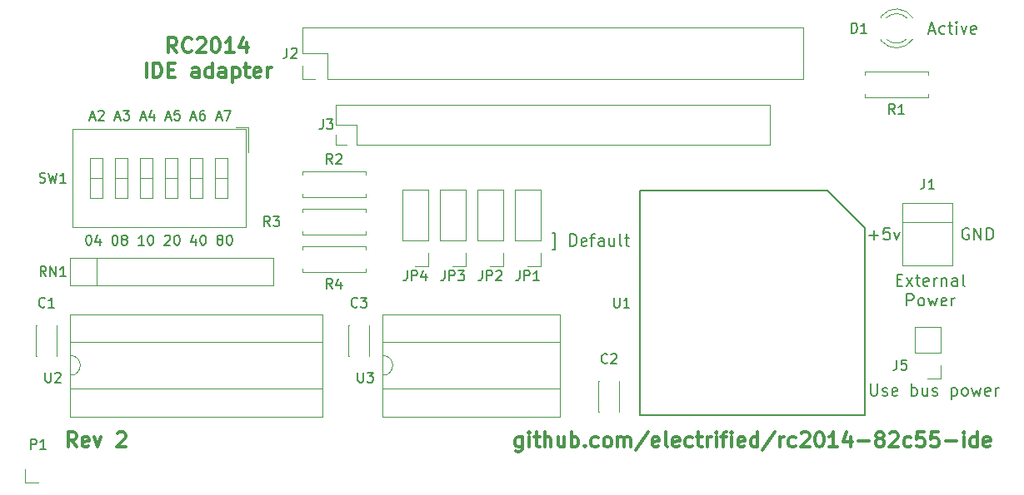
<source format=gto>
G04 #@! TF.FileFunction,Legend,Top*
%FSLAX46Y46*%
G04 Gerber Fmt 4.6, Leading zero omitted, Abs format (unit mm)*
G04 Created by KiCad (PCBNEW 4.0.7) date Wed Oct 18 00:41:33 2017*
%MOMM*%
%LPD*%
G01*
G04 APERTURE LIST*
%ADD10C,0.100000*%
%ADD11C,0.200000*%
%ADD12C,0.300000*%
%ADD13C,0.120000*%
%ADD14C,0.150000*%
G04 APERTURE END LIST*
D10*
D11*
X67104523Y-139152381D02*
X67199762Y-139152381D01*
X67295000Y-139200000D01*
X67342619Y-139247619D01*
X67390238Y-139342857D01*
X67437857Y-139533333D01*
X67437857Y-139771429D01*
X67390238Y-139961905D01*
X67342619Y-140057143D01*
X67295000Y-140104762D01*
X67199762Y-140152381D01*
X67104523Y-140152381D01*
X67009285Y-140104762D01*
X66961666Y-140057143D01*
X66914047Y-139961905D01*
X66866428Y-139771429D01*
X66866428Y-139533333D01*
X66914047Y-139342857D01*
X66961666Y-139247619D01*
X67009285Y-139200000D01*
X67104523Y-139152381D01*
X68295000Y-139485714D02*
X68295000Y-140152381D01*
X68056904Y-139104762D02*
X67818809Y-139819048D01*
X68437857Y-139819048D01*
X69771190Y-139152381D02*
X69866429Y-139152381D01*
X69961667Y-139200000D01*
X70009286Y-139247619D01*
X70056905Y-139342857D01*
X70104524Y-139533333D01*
X70104524Y-139771429D01*
X70056905Y-139961905D01*
X70009286Y-140057143D01*
X69961667Y-140104762D01*
X69866429Y-140152381D01*
X69771190Y-140152381D01*
X69675952Y-140104762D01*
X69628333Y-140057143D01*
X69580714Y-139961905D01*
X69533095Y-139771429D01*
X69533095Y-139533333D01*
X69580714Y-139342857D01*
X69628333Y-139247619D01*
X69675952Y-139200000D01*
X69771190Y-139152381D01*
X70675952Y-139580952D02*
X70580714Y-139533333D01*
X70533095Y-139485714D01*
X70485476Y-139390476D01*
X70485476Y-139342857D01*
X70533095Y-139247619D01*
X70580714Y-139200000D01*
X70675952Y-139152381D01*
X70866429Y-139152381D01*
X70961667Y-139200000D01*
X71009286Y-139247619D01*
X71056905Y-139342857D01*
X71056905Y-139390476D01*
X71009286Y-139485714D01*
X70961667Y-139533333D01*
X70866429Y-139580952D01*
X70675952Y-139580952D01*
X70580714Y-139628571D01*
X70533095Y-139676190D01*
X70485476Y-139771429D01*
X70485476Y-139961905D01*
X70533095Y-140057143D01*
X70580714Y-140104762D01*
X70675952Y-140152381D01*
X70866429Y-140152381D01*
X70961667Y-140104762D01*
X71009286Y-140057143D01*
X71056905Y-139961905D01*
X71056905Y-139771429D01*
X71009286Y-139676190D01*
X70961667Y-139628571D01*
X70866429Y-139580952D01*
X72771191Y-140152381D02*
X72199762Y-140152381D01*
X72485476Y-140152381D02*
X72485476Y-139152381D01*
X72390238Y-139295238D01*
X72295000Y-139390476D01*
X72199762Y-139438095D01*
X73390238Y-139152381D02*
X73485477Y-139152381D01*
X73580715Y-139200000D01*
X73628334Y-139247619D01*
X73675953Y-139342857D01*
X73723572Y-139533333D01*
X73723572Y-139771429D01*
X73675953Y-139961905D01*
X73628334Y-140057143D01*
X73580715Y-140104762D01*
X73485477Y-140152381D01*
X73390238Y-140152381D01*
X73295000Y-140104762D01*
X73247381Y-140057143D01*
X73199762Y-139961905D01*
X73152143Y-139771429D01*
X73152143Y-139533333D01*
X73199762Y-139342857D01*
X73247381Y-139247619D01*
X73295000Y-139200000D01*
X73390238Y-139152381D01*
X74866429Y-139247619D02*
X74914048Y-139200000D01*
X75009286Y-139152381D01*
X75247382Y-139152381D01*
X75342620Y-139200000D01*
X75390239Y-139247619D01*
X75437858Y-139342857D01*
X75437858Y-139438095D01*
X75390239Y-139580952D01*
X74818810Y-140152381D01*
X75437858Y-140152381D01*
X76056905Y-139152381D02*
X76152144Y-139152381D01*
X76247382Y-139200000D01*
X76295001Y-139247619D01*
X76342620Y-139342857D01*
X76390239Y-139533333D01*
X76390239Y-139771429D01*
X76342620Y-139961905D01*
X76295001Y-140057143D01*
X76247382Y-140104762D01*
X76152144Y-140152381D01*
X76056905Y-140152381D01*
X75961667Y-140104762D01*
X75914048Y-140057143D01*
X75866429Y-139961905D01*
X75818810Y-139771429D01*
X75818810Y-139533333D01*
X75866429Y-139342857D01*
X75914048Y-139247619D01*
X75961667Y-139200000D01*
X76056905Y-139152381D01*
X78009287Y-139485714D02*
X78009287Y-140152381D01*
X77771191Y-139104762D02*
X77533096Y-139819048D01*
X78152144Y-139819048D01*
X78723572Y-139152381D02*
X78818811Y-139152381D01*
X78914049Y-139200000D01*
X78961668Y-139247619D01*
X79009287Y-139342857D01*
X79056906Y-139533333D01*
X79056906Y-139771429D01*
X79009287Y-139961905D01*
X78961668Y-140057143D01*
X78914049Y-140104762D01*
X78818811Y-140152381D01*
X78723572Y-140152381D01*
X78628334Y-140104762D01*
X78580715Y-140057143D01*
X78533096Y-139961905D01*
X78485477Y-139771429D01*
X78485477Y-139533333D01*
X78533096Y-139342857D01*
X78580715Y-139247619D01*
X78628334Y-139200000D01*
X78723572Y-139152381D01*
X80390239Y-139580952D02*
X80295001Y-139533333D01*
X80247382Y-139485714D01*
X80199763Y-139390476D01*
X80199763Y-139342857D01*
X80247382Y-139247619D01*
X80295001Y-139200000D01*
X80390239Y-139152381D01*
X80580716Y-139152381D01*
X80675954Y-139200000D01*
X80723573Y-139247619D01*
X80771192Y-139342857D01*
X80771192Y-139390476D01*
X80723573Y-139485714D01*
X80675954Y-139533333D01*
X80580716Y-139580952D01*
X80390239Y-139580952D01*
X80295001Y-139628571D01*
X80247382Y-139676190D01*
X80199763Y-139771429D01*
X80199763Y-139961905D01*
X80247382Y-140057143D01*
X80295001Y-140104762D01*
X80390239Y-140152381D01*
X80580716Y-140152381D01*
X80675954Y-140104762D01*
X80723573Y-140057143D01*
X80771192Y-139961905D01*
X80771192Y-139771429D01*
X80723573Y-139676190D01*
X80675954Y-139628571D01*
X80580716Y-139580952D01*
X81390239Y-139152381D02*
X81485478Y-139152381D01*
X81580716Y-139200000D01*
X81628335Y-139247619D01*
X81675954Y-139342857D01*
X81723573Y-139533333D01*
X81723573Y-139771429D01*
X81675954Y-139961905D01*
X81628335Y-140057143D01*
X81580716Y-140104762D01*
X81485478Y-140152381D01*
X81390239Y-140152381D01*
X81295001Y-140104762D01*
X81247382Y-140057143D01*
X81199763Y-139961905D01*
X81152144Y-139771429D01*
X81152144Y-139533333D01*
X81199763Y-139342857D01*
X81247382Y-139247619D01*
X81295001Y-139200000D01*
X81390239Y-139152381D01*
X146606429Y-154282857D02*
X146606429Y-155254286D01*
X146663572Y-155368571D01*
X146720715Y-155425714D01*
X146835001Y-155482857D01*
X147063572Y-155482857D01*
X147177858Y-155425714D01*
X147235001Y-155368571D01*
X147292144Y-155254286D01*
X147292144Y-154282857D01*
X147806429Y-155425714D02*
X147920715Y-155482857D01*
X148149287Y-155482857D01*
X148263572Y-155425714D01*
X148320715Y-155311429D01*
X148320715Y-155254286D01*
X148263572Y-155140000D01*
X148149287Y-155082857D01*
X147977858Y-155082857D01*
X147863572Y-155025714D01*
X147806429Y-154911429D01*
X147806429Y-154854286D01*
X147863572Y-154740000D01*
X147977858Y-154682857D01*
X148149287Y-154682857D01*
X148263572Y-154740000D01*
X149292144Y-155425714D02*
X149177858Y-155482857D01*
X148949287Y-155482857D01*
X148835001Y-155425714D01*
X148777858Y-155311429D01*
X148777858Y-154854286D01*
X148835001Y-154740000D01*
X148949287Y-154682857D01*
X149177858Y-154682857D01*
X149292144Y-154740000D01*
X149349287Y-154854286D01*
X149349287Y-154968571D01*
X148777858Y-155082857D01*
X150777858Y-155482857D02*
X150777858Y-154282857D01*
X150777858Y-154740000D02*
X150892144Y-154682857D01*
X151120715Y-154682857D01*
X151235001Y-154740000D01*
X151292144Y-154797143D01*
X151349287Y-154911429D01*
X151349287Y-155254286D01*
X151292144Y-155368571D01*
X151235001Y-155425714D01*
X151120715Y-155482857D01*
X150892144Y-155482857D01*
X150777858Y-155425714D01*
X152377858Y-154682857D02*
X152377858Y-155482857D01*
X151863572Y-154682857D02*
X151863572Y-155311429D01*
X151920715Y-155425714D01*
X152035001Y-155482857D01*
X152206429Y-155482857D01*
X152320715Y-155425714D01*
X152377858Y-155368571D01*
X152892143Y-155425714D02*
X153006429Y-155482857D01*
X153235001Y-155482857D01*
X153349286Y-155425714D01*
X153406429Y-155311429D01*
X153406429Y-155254286D01*
X153349286Y-155140000D01*
X153235001Y-155082857D01*
X153063572Y-155082857D01*
X152949286Y-155025714D01*
X152892143Y-154911429D01*
X152892143Y-154854286D01*
X152949286Y-154740000D01*
X153063572Y-154682857D01*
X153235001Y-154682857D01*
X153349286Y-154740000D01*
X154835001Y-154682857D02*
X154835001Y-155882857D01*
X154835001Y-154740000D02*
X154949287Y-154682857D01*
X155177858Y-154682857D01*
X155292144Y-154740000D01*
X155349287Y-154797143D01*
X155406430Y-154911429D01*
X155406430Y-155254286D01*
X155349287Y-155368571D01*
X155292144Y-155425714D01*
X155177858Y-155482857D01*
X154949287Y-155482857D01*
X154835001Y-155425714D01*
X156092144Y-155482857D02*
X155977858Y-155425714D01*
X155920715Y-155368571D01*
X155863572Y-155254286D01*
X155863572Y-154911429D01*
X155920715Y-154797143D01*
X155977858Y-154740000D01*
X156092144Y-154682857D01*
X156263572Y-154682857D01*
X156377858Y-154740000D01*
X156435001Y-154797143D01*
X156492144Y-154911429D01*
X156492144Y-155254286D01*
X156435001Y-155368571D01*
X156377858Y-155425714D01*
X156263572Y-155482857D01*
X156092144Y-155482857D01*
X156892144Y-154682857D02*
X157120715Y-155482857D01*
X157349286Y-154911429D01*
X157577858Y-155482857D01*
X157806429Y-154682857D01*
X158720715Y-155425714D02*
X158606429Y-155482857D01*
X158377858Y-155482857D01*
X158263572Y-155425714D01*
X158206429Y-155311429D01*
X158206429Y-154854286D01*
X158263572Y-154740000D01*
X158377858Y-154682857D01*
X158606429Y-154682857D01*
X158720715Y-154740000D01*
X158777858Y-154854286D01*
X158777858Y-154968571D01*
X158206429Y-155082857D01*
X159292143Y-155482857D02*
X159292143Y-154682857D01*
X159292143Y-154911429D02*
X159349286Y-154797143D01*
X159406429Y-154740000D01*
X159520715Y-154682857D01*
X159635000Y-154682857D01*
X149282572Y-143694286D02*
X149682572Y-143694286D01*
X149854001Y-144322857D02*
X149282572Y-144322857D01*
X149282572Y-143122857D01*
X149854001Y-143122857D01*
X150254001Y-144322857D02*
X150882572Y-143522857D01*
X150254001Y-143522857D02*
X150882572Y-144322857D01*
X151168287Y-143522857D02*
X151625430Y-143522857D01*
X151339715Y-143122857D02*
X151339715Y-144151429D01*
X151396858Y-144265714D01*
X151511144Y-144322857D01*
X151625430Y-144322857D01*
X152482572Y-144265714D02*
X152368286Y-144322857D01*
X152139715Y-144322857D01*
X152025429Y-144265714D01*
X151968286Y-144151429D01*
X151968286Y-143694286D01*
X152025429Y-143580000D01*
X152139715Y-143522857D01*
X152368286Y-143522857D01*
X152482572Y-143580000D01*
X152539715Y-143694286D01*
X152539715Y-143808571D01*
X151968286Y-143922857D01*
X153054000Y-144322857D02*
X153054000Y-143522857D01*
X153054000Y-143751429D02*
X153111143Y-143637143D01*
X153168286Y-143580000D01*
X153282572Y-143522857D01*
X153396857Y-143522857D01*
X153796857Y-143522857D02*
X153796857Y-144322857D01*
X153796857Y-143637143D02*
X153854000Y-143580000D01*
X153968286Y-143522857D01*
X154139714Y-143522857D01*
X154254000Y-143580000D01*
X154311143Y-143694286D01*
X154311143Y-144322857D01*
X155396857Y-144322857D02*
X155396857Y-143694286D01*
X155339714Y-143580000D01*
X155225428Y-143522857D01*
X154996857Y-143522857D01*
X154882571Y-143580000D01*
X155396857Y-144265714D02*
X155282571Y-144322857D01*
X154996857Y-144322857D01*
X154882571Y-144265714D01*
X154825428Y-144151429D01*
X154825428Y-144037143D01*
X154882571Y-143922857D01*
X154996857Y-143865714D01*
X155282571Y-143865714D01*
X155396857Y-143808571D01*
X156139714Y-144322857D02*
X156025428Y-144265714D01*
X155968285Y-144151429D01*
X155968285Y-143122857D01*
X150282572Y-146322857D02*
X150282572Y-145122857D01*
X150739715Y-145122857D01*
X150854001Y-145180000D01*
X150911144Y-145237143D01*
X150968287Y-145351429D01*
X150968287Y-145522857D01*
X150911144Y-145637143D01*
X150854001Y-145694286D01*
X150739715Y-145751429D01*
X150282572Y-145751429D01*
X151654001Y-146322857D02*
X151539715Y-146265714D01*
X151482572Y-146208571D01*
X151425429Y-146094286D01*
X151425429Y-145751429D01*
X151482572Y-145637143D01*
X151539715Y-145580000D01*
X151654001Y-145522857D01*
X151825429Y-145522857D01*
X151939715Y-145580000D01*
X151996858Y-145637143D01*
X152054001Y-145751429D01*
X152054001Y-146094286D01*
X151996858Y-146208571D01*
X151939715Y-146265714D01*
X151825429Y-146322857D01*
X151654001Y-146322857D01*
X152454001Y-145522857D02*
X152682572Y-146322857D01*
X152911143Y-145751429D01*
X153139715Y-146322857D01*
X153368286Y-145522857D01*
X154282572Y-146265714D02*
X154168286Y-146322857D01*
X153939715Y-146322857D01*
X153825429Y-146265714D01*
X153768286Y-146151429D01*
X153768286Y-145694286D01*
X153825429Y-145580000D01*
X153939715Y-145522857D01*
X154168286Y-145522857D01*
X154282572Y-145580000D01*
X154339715Y-145694286D01*
X154339715Y-145808571D01*
X153768286Y-145922857D01*
X154854000Y-146322857D02*
X154854000Y-145522857D01*
X154854000Y-145751429D02*
X154911143Y-145637143D01*
X154968286Y-145580000D01*
X155082572Y-145522857D01*
X155196857Y-145522857D01*
X152540000Y-118310000D02*
X153111429Y-118310000D01*
X152425715Y-118652857D02*
X152825715Y-117452857D01*
X153225715Y-118652857D01*
X154140000Y-118595714D02*
X154025714Y-118652857D01*
X153797143Y-118652857D01*
X153682857Y-118595714D01*
X153625714Y-118538571D01*
X153568571Y-118424286D01*
X153568571Y-118081429D01*
X153625714Y-117967143D01*
X153682857Y-117910000D01*
X153797143Y-117852857D01*
X154025714Y-117852857D01*
X154140000Y-117910000D01*
X154482857Y-117852857D02*
X154940000Y-117852857D01*
X154654285Y-117452857D02*
X154654285Y-118481429D01*
X154711428Y-118595714D01*
X154825714Y-118652857D01*
X154940000Y-118652857D01*
X155339999Y-118652857D02*
X155339999Y-117852857D01*
X155339999Y-117452857D02*
X155282856Y-117510000D01*
X155339999Y-117567143D01*
X155397142Y-117510000D01*
X155339999Y-117452857D01*
X155339999Y-117567143D01*
X155797143Y-117852857D02*
X156082857Y-118652857D01*
X156368571Y-117852857D01*
X157282857Y-118595714D02*
X157168571Y-118652857D01*
X156940000Y-118652857D01*
X156825714Y-118595714D01*
X156768571Y-118481429D01*
X156768571Y-118024286D01*
X156825714Y-117910000D01*
X156940000Y-117852857D01*
X157168571Y-117852857D01*
X157282857Y-117910000D01*
X157340000Y-118024286D01*
X157340000Y-118138571D01*
X156768571Y-118252857D01*
X114224287Y-140642857D02*
X114510001Y-140642857D01*
X114510001Y-138928571D01*
X114224287Y-138928571D01*
X116052858Y-140242857D02*
X116052858Y-139042857D01*
X116338573Y-139042857D01*
X116510001Y-139100000D01*
X116624287Y-139214286D01*
X116681430Y-139328571D01*
X116738573Y-139557143D01*
X116738573Y-139728571D01*
X116681430Y-139957143D01*
X116624287Y-140071429D01*
X116510001Y-140185714D01*
X116338573Y-140242857D01*
X116052858Y-140242857D01*
X117710001Y-140185714D02*
X117595715Y-140242857D01*
X117367144Y-140242857D01*
X117252858Y-140185714D01*
X117195715Y-140071429D01*
X117195715Y-139614286D01*
X117252858Y-139500000D01*
X117367144Y-139442857D01*
X117595715Y-139442857D01*
X117710001Y-139500000D01*
X117767144Y-139614286D01*
X117767144Y-139728571D01*
X117195715Y-139842857D01*
X118110001Y-139442857D02*
X118567144Y-139442857D01*
X118281429Y-140242857D02*
X118281429Y-139214286D01*
X118338572Y-139100000D01*
X118452858Y-139042857D01*
X118567144Y-139042857D01*
X119481429Y-140242857D02*
X119481429Y-139614286D01*
X119424286Y-139500000D01*
X119310000Y-139442857D01*
X119081429Y-139442857D01*
X118967143Y-139500000D01*
X119481429Y-140185714D02*
X119367143Y-140242857D01*
X119081429Y-140242857D01*
X118967143Y-140185714D01*
X118910000Y-140071429D01*
X118910000Y-139957143D01*
X118967143Y-139842857D01*
X119081429Y-139785714D01*
X119367143Y-139785714D01*
X119481429Y-139728571D01*
X120567143Y-139442857D02*
X120567143Y-140242857D01*
X120052857Y-139442857D02*
X120052857Y-140071429D01*
X120110000Y-140185714D01*
X120224286Y-140242857D01*
X120395714Y-140242857D01*
X120510000Y-140185714D01*
X120567143Y-140128571D01*
X121310000Y-140242857D02*
X121195714Y-140185714D01*
X121138571Y-140071429D01*
X121138571Y-139042857D01*
X121595714Y-139442857D02*
X122052857Y-139442857D01*
X121767142Y-139042857D02*
X121767142Y-140071429D01*
X121824285Y-140185714D01*
X121938571Y-140242857D01*
X122052857Y-140242857D01*
X156565715Y-138465000D02*
X156451429Y-138407857D01*
X156280000Y-138407857D01*
X156108572Y-138465000D01*
X155994286Y-138579286D01*
X155937143Y-138693571D01*
X155880000Y-138922143D01*
X155880000Y-139093571D01*
X155937143Y-139322143D01*
X155994286Y-139436429D01*
X156108572Y-139550714D01*
X156280000Y-139607857D01*
X156394286Y-139607857D01*
X156565715Y-139550714D01*
X156622858Y-139493571D01*
X156622858Y-139093571D01*
X156394286Y-139093571D01*
X157137143Y-139607857D02*
X157137143Y-138407857D01*
X157822858Y-139607857D01*
X157822858Y-138407857D01*
X158394286Y-139607857D02*
X158394286Y-138407857D01*
X158680001Y-138407857D01*
X158851429Y-138465000D01*
X158965715Y-138579286D01*
X159022858Y-138693571D01*
X159080001Y-138922143D01*
X159080001Y-139093571D01*
X159022858Y-139322143D01*
X158965715Y-139436429D01*
X158851429Y-139550714D01*
X158680001Y-139607857D01*
X158394286Y-139607857D01*
X146469286Y-139150714D02*
X147383572Y-139150714D01*
X146926429Y-139607857D02*
X146926429Y-138693571D01*
X148526429Y-138407857D02*
X147955000Y-138407857D01*
X147897857Y-138979286D01*
X147955000Y-138922143D01*
X148069286Y-138865000D01*
X148355000Y-138865000D01*
X148469286Y-138922143D01*
X148526429Y-138979286D01*
X148583572Y-139093571D01*
X148583572Y-139379286D01*
X148526429Y-139493571D01*
X148469286Y-139550714D01*
X148355000Y-139607857D01*
X148069286Y-139607857D01*
X147955000Y-139550714D01*
X147897857Y-139493571D01*
X148983572Y-138807857D02*
X149269286Y-139607857D01*
X149555000Y-138807857D01*
X67279142Y-127166667D02*
X67755333Y-127166667D01*
X67183904Y-127452381D02*
X67517237Y-126452381D01*
X67850571Y-127452381D01*
X68136285Y-126547619D02*
X68183904Y-126500000D01*
X68279142Y-126452381D01*
X68517238Y-126452381D01*
X68612476Y-126500000D01*
X68660095Y-126547619D01*
X68707714Y-126642857D01*
X68707714Y-126738095D01*
X68660095Y-126880952D01*
X68088666Y-127452381D01*
X68707714Y-127452381D01*
X69850571Y-127166667D02*
X70326762Y-127166667D01*
X69755333Y-127452381D02*
X70088666Y-126452381D01*
X70422000Y-127452381D01*
X70660095Y-126452381D02*
X71279143Y-126452381D01*
X70945809Y-126833333D01*
X71088667Y-126833333D01*
X71183905Y-126880952D01*
X71231524Y-126928571D01*
X71279143Y-127023810D01*
X71279143Y-127261905D01*
X71231524Y-127357143D01*
X71183905Y-127404762D01*
X71088667Y-127452381D01*
X70802952Y-127452381D01*
X70707714Y-127404762D01*
X70660095Y-127357143D01*
X72422000Y-127166667D02*
X72898191Y-127166667D01*
X72326762Y-127452381D02*
X72660095Y-126452381D01*
X72993429Y-127452381D01*
X73755334Y-126785714D02*
X73755334Y-127452381D01*
X73517238Y-126404762D02*
X73279143Y-127119048D01*
X73898191Y-127119048D01*
X74993429Y-127166667D02*
X75469620Y-127166667D01*
X74898191Y-127452381D02*
X75231524Y-126452381D01*
X75564858Y-127452381D01*
X76374382Y-126452381D02*
X75898191Y-126452381D01*
X75850572Y-126928571D01*
X75898191Y-126880952D01*
X75993429Y-126833333D01*
X76231525Y-126833333D01*
X76326763Y-126880952D01*
X76374382Y-126928571D01*
X76422001Y-127023810D01*
X76422001Y-127261905D01*
X76374382Y-127357143D01*
X76326763Y-127404762D01*
X76231525Y-127452381D01*
X75993429Y-127452381D01*
X75898191Y-127404762D01*
X75850572Y-127357143D01*
X77564858Y-127166667D02*
X78041049Y-127166667D01*
X77469620Y-127452381D02*
X77802953Y-126452381D01*
X78136287Y-127452381D01*
X78898192Y-126452381D02*
X78707715Y-126452381D01*
X78612477Y-126500000D01*
X78564858Y-126547619D01*
X78469620Y-126690476D01*
X78422001Y-126880952D01*
X78422001Y-127261905D01*
X78469620Y-127357143D01*
X78517239Y-127404762D01*
X78612477Y-127452381D01*
X78802954Y-127452381D01*
X78898192Y-127404762D01*
X78945811Y-127357143D01*
X78993430Y-127261905D01*
X78993430Y-127023810D01*
X78945811Y-126928571D01*
X78898192Y-126880952D01*
X78802954Y-126833333D01*
X78612477Y-126833333D01*
X78517239Y-126880952D01*
X78469620Y-126928571D01*
X78422001Y-127023810D01*
X80136287Y-127166667D02*
X80612478Y-127166667D01*
X80041049Y-127452381D02*
X80374382Y-126452381D01*
X80707716Y-127452381D01*
X80945811Y-126452381D02*
X81612478Y-126452381D01*
X81183906Y-127452381D01*
D12*
X65909287Y-160698571D02*
X65409287Y-159984286D01*
X65052144Y-160698571D02*
X65052144Y-159198571D01*
X65623572Y-159198571D01*
X65766430Y-159270000D01*
X65837858Y-159341429D01*
X65909287Y-159484286D01*
X65909287Y-159698571D01*
X65837858Y-159841429D01*
X65766430Y-159912857D01*
X65623572Y-159984286D01*
X65052144Y-159984286D01*
X67123572Y-160627143D02*
X66980715Y-160698571D01*
X66695001Y-160698571D01*
X66552144Y-160627143D01*
X66480715Y-160484286D01*
X66480715Y-159912857D01*
X66552144Y-159770000D01*
X66695001Y-159698571D01*
X66980715Y-159698571D01*
X67123572Y-159770000D01*
X67195001Y-159912857D01*
X67195001Y-160055714D01*
X66480715Y-160198571D01*
X67695001Y-159698571D02*
X68052144Y-160698571D01*
X68409286Y-159698571D01*
X70052143Y-159341429D02*
X70123572Y-159270000D01*
X70266429Y-159198571D01*
X70623572Y-159198571D01*
X70766429Y-159270000D01*
X70837858Y-159341429D01*
X70909286Y-159484286D01*
X70909286Y-159627143D01*
X70837858Y-159841429D01*
X69980715Y-160698571D01*
X70909286Y-160698571D01*
X76105144Y-120561571D02*
X75605144Y-119847286D01*
X75248001Y-120561571D02*
X75248001Y-119061571D01*
X75819429Y-119061571D01*
X75962287Y-119133000D01*
X76033715Y-119204429D01*
X76105144Y-119347286D01*
X76105144Y-119561571D01*
X76033715Y-119704429D01*
X75962287Y-119775857D01*
X75819429Y-119847286D01*
X75248001Y-119847286D01*
X77605144Y-120418714D02*
X77533715Y-120490143D01*
X77319429Y-120561571D01*
X77176572Y-120561571D01*
X76962287Y-120490143D01*
X76819429Y-120347286D01*
X76748001Y-120204429D01*
X76676572Y-119918714D01*
X76676572Y-119704429D01*
X76748001Y-119418714D01*
X76819429Y-119275857D01*
X76962287Y-119133000D01*
X77176572Y-119061571D01*
X77319429Y-119061571D01*
X77533715Y-119133000D01*
X77605144Y-119204429D01*
X78176572Y-119204429D02*
X78248001Y-119133000D01*
X78390858Y-119061571D01*
X78748001Y-119061571D01*
X78890858Y-119133000D01*
X78962287Y-119204429D01*
X79033715Y-119347286D01*
X79033715Y-119490143D01*
X78962287Y-119704429D01*
X78105144Y-120561571D01*
X79033715Y-120561571D01*
X79962286Y-119061571D02*
X80105143Y-119061571D01*
X80248000Y-119133000D01*
X80319429Y-119204429D01*
X80390858Y-119347286D01*
X80462286Y-119633000D01*
X80462286Y-119990143D01*
X80390858Y-120275857D01*
X80319429Y-120418714D01*
X80248000Y-120490143D01*
X80105143Y-120561571D01*
X79962286Y-120561571D01*
X79819429Y-120490143D01*
X79748000Y-120418714D01*
X79676572Y-120275857D01*
X79605143Y-119990143D01*
X79605143Y-119633000D01*
X79676572Y-119347286D01*
X79748000Y-119204429D01*
X79819429Y-119133000D01*
X79962286Y-119061571D01*
X81890857Y-120561571D02*
X81033714Y-120561571D01*
X81462286Y-120561571D02*
X81462286Y-119061571D01*
X81319429Y-119275857D01*
X81176571Y-119418714D01*
X81033714Y-119490143D01*
X83176571Y-119561571D02*
X83176571Y-120561571D01*
X82819428Y-118990143D02*
X82462285Y-120061571D01*
X83390857Y-120061571D01*
X72998000Y-123111571D02*
X72998000Y-121611571D01*
X73712286Y-123111571D02*
X73712286Y-121611571D01*
X74069429Y-121611571D01*
X74283714Y-121683000D01*
X74426572Y-121825857D01*
X74498000Y-121968714D01*
X74569429Y-122254429D01*
X74569429Y-122468714D01*
X74498000Y-122754429D01*
X74426572Y-122897286D01*
X74283714Y-123040143D01*
X74069429Y-123111571D01*
X73712286Y-123111571D01*
X75212286Y-122325857D02*
X75712286Y-122325857D01*
X75926572Y-123111571D02*
X75212286Y-123111571D01*
X75212286Y-121611571D01*
X75926572Y-121611571D01*
X78355143Y-123111571D02*
X78355143Y-122325857D01*
X78283714Y-122183000D01*
X78140857Y-122111571D01*
X77855143Y-122111571D01*
X77712286Y-122183000D01*
X78355143Y-123040143D02*
X78212286Y-123111571D01*
X77855143Y-123111571D01*
X77712286Y-123040143D01*
X77640857Y-122897286D01*
X77640857Y-122754429D01*
X77712286Y-122611571D01*
X77855143Y-122540143D01*
X78212286Y-122540143D01*
X78355143Y-122468714D01*
X79712286Y-123111571D02*
X79712286Y-121611571D01*
X79712286Y-123040143D02*
X79569429Y-123111571D01*
X79283715Y-123111571D01*
X79140857Y-123040143D01*
X79069429Y-122968714D01*
X78998000Y-122825857D01*
X78998000Y-122397286D01*
X79069429Y-122254429D01*
X79140857Y-122183000D01*
X79283715Y-122111571D01*
X79569429Y-122111571D01*
X79712286Y-122183000D01*
X81069429Y-123111571D02*
X81069429Y-122325857D01*
X80998000Y-122183000D01*
X80855143Y-122111571D01*
X80569429Y-122111571D01*
X80426572Y-122183000D01*
X81069429Y-123040143D02*
X80926572Y-123111571D01*
X80569429Y-123111571D01*
X80426572Y-123040143D01*
X80355143Y-122897286D01*
X80355143Y-122754429D01*
X80426572Y-122611571D01*
X80569429Y-122540143D01*
X80926572Y-122540143D01*
X81069429Y-122468714D01*
X81783715Y-122111571D02*
X81783715Y-123611571D01*
X81783715Y-122183000D02*
X81926572Y-122111571D01*
X82212286Y-122111571D01*
X82355143Y-122183000D01*
X82426572Y-122254429D01*
X82498001Y-122397286D01*
X82498001Y-122825857D01*
X82426572Y-122968714D01*
X82355143Y-123040143D01*
X82212286Y-123111571D01*
X81926572Y-123111571D01*
X81783715Y-123040143D01*
X82926572Y-122111571D02*
X83498001Y-122111571D01*
X83140858Y-121611571D02*
X83140858Y-122897286D01*
X83212286Y-123040143D01*
X83355144Y-123111571D01*
X83498001Y-123111571D01*
X84569429Y-123040143D02*
X84426572Y-123111571D01*
X84140858Y-123111571D01*
X83998001Y-123040143D01*
X83926572Y-122897286D01*
X83926572Y-122325857D01*
X83998001Y-122183000D01*
X84140858Y-122111571D01*
X84426572Y-122111571D01*
X84569429Y-122183000D01*
X84640858Y-122325857D01*
X84640858Y-122468714D01*
X83926572Y-122611571D01*
X85283715Y-123111571D02*
X85283715Y-122111571D01*
X85283715Y-122397286D02*
X85355143Y-122254429D01*
X85426572Y-122183000D01*
X85569429Y-122111571D01*
X85712286Y-122111571D01*
X111191430Y-159698571D02*
X111191430Y-160912857D01*
X111120001Y-161055714D01*
X111048573Y-161127143D01*
X110905716Y-161198571D01*
X110691430Y-161198571D01*
X110548573Y-161127143D01*
X111191430Y-160627143D02*
X111048573Y-160698571D01*
X110762859Y-160698571D01*
X110620001Y-160627143D01*
X110548573Y-160555714D01*
X110477144Y-160412857D01*
X110477144Y-159984286D01*
X110548573Y-159841429D01*
X110620001Y-159770000D01*
X110762859Y-159698571D01*
X111048573Y-159698571D01*
X111191430Y-159770000D01*
X111905716Y-160698571D02*
X111905716Y-159698571D01*
X111905716Y-159198571D02*
X111834287Y-159270000D01*
X111905716Y-159341429D01*
X111977144Y-159270000D01*
X111905716Y-159198571D01*
X111905716Y-159341429D01*
X112405716Y-159698571D02*
X112977145Y-159698571D01*
X112620002Y-159198571D02*
X112620002Y-160484286D01*
X112691430Y-160627143D01*
X112834288Y-160698571D01*
X112977145Y-160698571D01*
X113477145Y-160698571D02*
X113477145Y-159198571D01*
X114120002Y-160698571D02*
X114120002Y-159912857D01*
X114048573Y-159770000D01*
X113905716Y-159698571D01*
X113691431Y-159698571D01*
X113548573Y-159770000D01*
X113477145Y-159841429D01*
X115477145Y-159698571D02*
X115477145Y-160698571D01*
X114834288Y-159698571D02*
X114834288Y-160484286D01*
X114905716Y-160627143D01*
X115048574Y-160698571D01*
X115262859Y-160698571D01*
X115405716Y-160627143D01*
X115477145Y-160555714D01*
X116191431Y-160698571D02*
X116191431Y-159198571D01*
X116191431Y-159770000D02*
X116334288Y-159698571D01*
X116620002Y-159698571D01*
X116762859Y-159770000D01*
X116834288Y-159841429D01*
X116905717Y-159984286D01*
X116905717Y-160412857D01*
X116834288Y-160555714D01*
X116762859Y-160627143D01*
X116620002Y-160698571D01*
X116334288Y-160698571D01*
X116191431Y-160627143D01*
X117548574Y-160555714D02*
X117620002Y-160627143D01*
X117548574Y-160698571D01*
X117477145Y-160627143D01*
X117548574Y-160555714D01*
X117548574Y-160698571D01*
X118905717Y-160627143D02*
X118762860Y-160698571D01*
X118477146Y-160698571D01*
X118334288Y-160627143D01*
X118262860Y-160555714D01*
X118191431Y-160412857D01*
X118191431Y-159984286D01*
X118262860Y-159841429D01*
X118334288Y-159770000D01*
X118477146Y-159698571D01*
X118762860Y-159698571D01*
X118905717Y-159770000D01*
X119762860Y-160698571D02*
X119620002Y-160627143D01*
X119548574Y-160555714D01*
X119477145Y-160412857D01*
X119477145Y-159984286D01*
X119548574Y-159841429D01*
X119620002Y-159770000D01*
X119762860Y-159698571D01*
X119977145Y-159698571D01*
X120120002Y-159770000D01*
X120191431Y-159841429D01*
X120262860Y-159984286D01*
X120262860Y-160412857D01*
X120191431Y-160555714D01*
X120120002Y-160627143D01*
X119977145Y-160698571D01*
X119762860Y-160698571D01*
X120905717Y-160698571D02*
X120905717Y-159698571D01*
X120905717Y-159841429D02*
X120977145Y-159770000D01*
X121120003Y-159698571D01*
X121334288Y-159698571D01*
X121477145Y-159770000D01*
X121548574Y-159912857D01*
X121548574Y-160698571D01*
X121548574Y-159912857D02*
X121620003Y-159770000D01*
X121762860Y-159698571D01*
X121977145Y-159698571D01*
X122120003Y-159770000D01*
X122191431Y-159912857D01*
X122191431Y-160698571D01*
X123977145Y-159127143D02*
X122691431Y-161055714D01*
X125048574Y-160627143D02*
X124905717Y-160698571D01*
X124620003Y-160698571D01*
X124477146Y-160627143D01*
X124405717Y-160484286D01*
X124405717Y-159912857D01*
X124477146Y-159770000D01*
X124620003Y-159698571D01*
X124905717Y-159698571D01*
X125048574Y-159770000D01*
X125120003Y-159912857D01*
X125120003Y-160055714D01*
X124405717Y-160198571D01*
X125977146Y-160698571D02*
X125834288Y-160627143D01*
X125762860Y-160484286D01*
X125762860Y-159198571D01*
X127120002Y-160627143D02*
X126977145Y-160698571D01*
X126691431Y-160698571D01*
X126548574Y-160627143D01*
X126477145Y-160484286D01*
X126477145Y-159912857D01*
X126548574Y-159770000D01*
X126691431Y-159698571D01*
X126977145Y-159698571D01*
X127120002Y-159770000D01*
X127191431Y-159912857D01*
X127191431Y-160055714D01*
X126477145Y-160198571D01*
X128477145Y-160627143D02*
X128334288Y-160698571D01*
X128048574Y-160698571D01*
X127905716Y-160627143D01*
X127834288Y-160555714D01*
X127762859Y-160412857D01*
X127762859Y-159984286D01*
X127834288Y-159841429D01*
X127905716Y-159770000D01*
X128048574Y-159698571D01*
X128334288Y-159698571D01*
X128477145Y-159770000D01*
X128905716Y-159698571D02*
X129477145Y-159698571D01*
X129120002Y-159198571D02*
X129120002Y-160484286D01*
X129191430Y-160627143D01*
X129334288Y-160698571D01*
X129477145Y-160698571D01*
X129977145Y-160698571D02*
X129977145Y-159698571D01*
X129977145Y-159984286D02*
X130048573Y-159841429D01*
X130120002Y-159770000D01*
X130262859Y-159698571D01*
X130405716Y-159698571D01*
X130905716Y-160698571D02*
X130905716Y-159698571D01*
X130905716Y-159198571D02*
X130834287Y-159270000D01*
X130905716Y-159341429D01*
X130977144Y-159270000D01*
X130905716Y-159198571D01*
X130905716Y-159341429D01*
X131405716Y-159698571D02*
X131977145Y-159698571D01*
X131620002Y-160698571D02*
X131620002Y-159412857D01*
X131691430Y-159270000D01*
X131834288Y-159198571D01*
X131977145Y-159198571D01*
X132477145Y-160698571D02*
X132477145Y-159698571D01*
X132477145Y-159198571D02*
X132405716Y-159270000D01*
X132477145Y-159341429D01*
X132548573Y-159270000D01*
X132477145Y-159198571D01*
X132477145Y-159341429D01*
X133762859Y-160627143D02*
X133620002Y-160698571D01*
X133334288Y-160698571D01*
X133191431Y-160627143D01*
X133120002Y-160484286D01*
X133120002Y-159912857D01*
X133191431Y-159770000D01*
X133334288Y-159698571D01*
X133620002Y-159698571D01*
X133762859Y-159770000D01*
X133834288Y-159912857D01*
X133834288Y-160055714D01*
X133120002Y-160198571D01*
X135120002Y-160698571D02*
X135120002Y-159198571D01*
X135120002Y-160627143D02*
X134977145Y-160698571D01*
X134691431Y-160698571D01*
X134548573Y-160627143D01*
X134477145Y-160555714D01*
X134405716Y-160412857D01*
X134405716Y-159984286D01*
X134477145Y-159841429D01*
X134548573Y-159770000D01*
X134691431Y-159698571D01*
X134977145Y-159698571D01*
X135120002Y-159770000D01*
X136905716Y-159127143D02*
X135620002Y-161055714D01*
X137405717Y-160698571D02*
X137405717Y-159698571D01*
X137405717Y-159984286D02*
X137477145Y-159841429D01*
X137548574Y-159770000D01*
X137691431Y-159698571D01*
X137834288Y-159698571D01*
X138977145Y-160627143D02*
X138834288Y-160698571D01*
X138548574Y-160698571D01*
X138405716Y-160627143D01*
X138334288Y-160555714D01*
X138262859Y-160412857D01*
X138262859Y-159984286D01*
X138334288Y-159841429D01*
X138405716Y-159770000D01*
X138548574Y-159698571D01*
X138834288Y-159698571D01*
X138977145Y-159770000D01*
X139548573Y-159341429D02*
X139620002Y-159270000D01*
X139762859Y-159198571D01*
X140120002Y-159198571D01*
X140262859Y-159270000D01*
X140334288Y-159341429D01*
X140405716Y-159484286D01*
X140405716Y-159627143D01*
X140334288Y-159841429D01*
X139477145Y-160698571D01*
X140405716Y-160698571D01*
X141334287Y-159198571D02*
X141477144Y-159198571D01*
X141620001Y-159270000D01*
X141691430Y-159341429D01*
X141762859Y-159484286D01*
X141834287Y-159770000D01*
X141834287Y-160127143D01*
X141762859Y-160412857D01*
X141691430Y-160555714D01*
X141620001Y-160627143D01*
X141477144Y-160698571D01*
X141334287Y-160698571D01*
X141191430Y-160627143D01*
X141120001Y-160555714D01*
X141048573Y-160412857D01*
X140977144Y-160127143D01*
X140977144Y-159770000D01*
X141048573Y-159484286D01*
X141120001Y-159341429D01*
X141191430Y-159270000D01*
X141334287Y-159198571D01*
X143262858Y-160698571D02*
X142405715Y-160698571D01*
X142834287Y-160698571D02*
X142834287Y-159198571D01*
X142691430Y-159412857D01*
X142548572Y-159555714D01*
X142405715Y-159627143D01*
X144548572Y-159698571D02*
X144548572Y-160698571D01*
X144191429Y-159127143D02*
X143834286Y-160198571D01*
X144762858Y-160198571D01*
X145334286Y-160127143D02*
X146477143Y-160127143D01*
X147405715Y-159841429D02*
X147262857Y-159770000D01*
X147191429Y-159698571D01*
X147120000Y-159555714D01*
X147120000Y-159484286D01*
X147191429Y-159341429D01*
X147262857Y-159270000D01*
X147405715Y-159198571D01*
X147691429Y-159198571D01*
X147834286Y-159270000D01*
X147905715Y-159341429D01*
X147977143Y-159484286D01*
X147977143Y-159555714D01*
X147905715Y-159698571D01*
X147834286Y-159770000D01*
X147691429Y-159841429D01*
X147405715Y-159841429D01*
X147262857Y-159912857D01*
X147191429Y-159984286D01*
X147120000Y-160127143D01*
X147120000Y-160412857D01*
X147191429Y-160555714D01*
X147262857Y-160627143D01*
X147405715Y-160698571D01*
X147691429Y-160698571D01*
X147834286Y-160627143D01*
X147905715Y-160555714D01*
X147977143Y-160412857D01*
X147977143Y-160127143D01*
X147905715Y-159984286D01*
X147834286Y-159912857D01*
X147691429Y-159841429D01*
X148548571Y-159341429D02*
X148620000Y-159270000D01*
X148762857Y-159198571D01*
X149120000Y-159198571D01*
X149262857Y-159270000D01*
X149334286Y-159341429D01*
X149405714Y-159484286D01*
X149405714Y-159627143D01*
X149334286Y-159841429D01*
X148477143Y-160698571D01*
X149405714Y-160698571D01*
X150691428Y-160627143D02*
X150548571Y-160698571D01*
X150262857Y-160698571D01*
X150119999Y-160627143D01*
X150048571Y-160555714D01*
X149977142Y-160412857D01*
X149977142Y-159984286D01*
X150048571Y-159841429D01*
X150119999Y-159770000D01*
X150262857Y-159698571D01*
X150548571Y-159698571D01*
X150691428Y-159770000D01*
X152048571Y-159198571D02*
X151334285Y-159198571D01*
X151262856Y-159912857D01*
X151334285Y-159841429D01*
X151477142Y-159770000D01*
X151834285Y-159770000D01*
X151977142Y-159841429D01*
X152048571Y-159912857D01*
X152119999Y-160055714D01*
X152119999Y-160412857D01*
X152048571Y-160555714D01*
X151977142Y-160627143D01*
X151834285Y-160698571D01*
X151477142Y-160698571D01*
X151334285Y-160627143D01*
X151262856Y-160555714D01*
X153477142Y-159198571D02*
X152762856Y-159198571D01*
X152691427Y-159912857D01*
X152762856Y-159841429D01*
X152905713Y-159770000D01*
X153262856Y-159770000D01*
X153405713Y-159841429D01*
X153477142Y-159912857D01*
X153548570Y-160055714D01*
X153548570Y-160412857D01*
X153477142Y-160555714D01*
X153405713Y-160627143D01*
X153262856Y-160698571D01*
X152905713Y-160698571D01*
X152762856Y-160627143D01*
X152691427Y-160555714D01*
X154191427Y-160127143D02*
X155334284Y-160127143D01*
X156048570Y-160698571D02*
X156048570Y-159698571D01*
X156048570Y-159198571D02*
X155977141Y-159270000D01*
X156048570Y-159341429D01*
X156119998Y-159270000D01*
X156048570Y-159198571D01*
X156048570Y-159341429D01*
X157405713Y-160698571D02*
X157405713Y-159198571D01*
X157405713Y-160627143D02*
X157262856Y-160698571D01*
X156977142Y-160698571D01*
X156834284Y-160627143D01*
X156762856Y-160555714D01*
X156691427Y-160412857D01*
X156691427Y-159984286D01*
X156762856Y-159841429D01*
X156834284Y-159770000D01*
X156977142Y-159698571D01*
X157262856Y-159698571D01*
X157405713Y-159770000D01*
X158691427Y-160627143D02*
X158548570Y-160698571D01*
X158262856Y-160698571D01*
X158119999Y-160627143D01*
X158048570Y-160484286D01*
X158048570Y-159912857D01*
X158119999Y-159770000D01*
X158262856Y-159698571D01*
X158548570Y-159698571D01*
X158691427Y-159770000D01*
X158762856Y-159912857D01*
X158762856Y-160055714D01*
X158048570Y-160198571D01*
D13*
X154940000Y-137795000D02*
X149860000Y-137795000D01*
X154940000Y-142235000D02*
X149860000Y-142235000D01*
X149860000Y-135895000D02*
X154940000Y-135895000D01*
X149860000Y-135895000D02*
X149860000Y-142235000D01*
X154940000Y-135895000D02*
X154940000Y-142235000D01*
X97035000Y-153400000D02*
X97035000Y-154770000D01*
X97035000Y-154770000D02*
X115055000Y-154770000D01*
X115055000Y-154770000D02*
X115055000Y-150030000D01*
X115055000Y-150030000D02*
X97035000Y-150030000D01*
X97035000Y-150030000D02*
X97035000Y-151400000D01*
X97035000Y-157600000D02*
X115055000Y-157600000D01*
X115055000Y-157600000D02*
X115055000Y-147200000D01*
X115055000Y-147200000D02*
X97035000Y-147200000D01*
X97035000Y-147200000D02*
X97035000Y-157600000D01*
X97035000Y-151400000D02*
G75*
G02X97035000Y-153400000I0J-1000000D01*
G01*
X121075000Y-153995000D02*
X121075000Y-157115000D01*
X118955000Y-153995000D02*
X118955000Y-157115000D01*
X121075000Y-153995000D02*
X121011000Y-153995000D01*
X119019000Y-153995000D02*
X118955000Y-153995000D01*
X121075000Y-157115000D02*
X121011000Y-157115000D01*
X119019000Y-157115000D02*
X118955000Y-157115000D01*
X65285000Y-153400000D02*
X65285000Y-154770000D01*
X65285000Y-154770000D02*
X90925000Y-154770000D01*
X90925000Y-154770000D02*
X90925000Y-150030000D01*
X90925000Y-150030000D02*
X65285000Y-150030000D01*
X65285000Y-150030000D02*
X65285000Y-151400000D01*
X65285000Y-157600000D02*
X90925000Y-157600000D01*
X90925000Y-157600000D02*
X90925000Y-147200000D01*
X90925000Y-147200000D02*
X65285000Y-147200000D01*
X65285000Y-147200000D02*
X65285000Y-157600000D01*
X65285000Y-151400000D02*
G75*
G02X65285000Y-153400000I0J-1000000D01*
G01*
X62000000Y-164330000D02*
X60670000Y-164330000D01*
X60670000Y-164330000D02*
X60670000Y-163000000D01*
D14*
X146050000Y-138430000D02*
X142240000Y-134620000D01*
X142240000Y-134620000D02*
X123190000Y-134620000D01*
X123190000Y-134620000D02*
X123190000Y-157480000D01*
X123190000Y-157480000D02*
X146050000Y-157480000D01*
X146050000Y-157480000D02*
X146050000Y-138430000D01*
D13*
X152435000Y-124805000D02*
X152435000Y-125135000D01*
X152435000Y-125135000D02*
X146015000Y-125135000D01*
X146015000Y-125135000D02*
X146015000Y-124805000D01*
X152435000Y-122845000D02*
X152435000Y-122515000D01*
X152435000Y-122515000D02*
X146015000Y-122515000D01*
X146015000Y-122515000D02*
X146015000Y-122845000D01*
X136405000Y-129965000D02*
X136405000Y-125845000D01*
X94345000Y-129965000D02*
X136405000Y-129965000D01*
X92285000Y-125845000D02*
X136405000Y-125845000D01*
X94345000Y-129965000D02*
X94345000Y-127905000D01*
X94345000Y-127905000D02*
X92285000Y-127905000D01*
X92285000Y-127905000D02*
X92285000Y-125845000D01*
X93345000Y-129965000D02*
X92285000Y-129965000D01*
X92285000Y-129965000D02*
X92285000Y-128905000D01*
X83325000Y-128140000D02*
X82055000Y-128140000D01*
X83325000Y-128140000D02*
X83325000Y-130680000D01*
X83125000Y-128340000D02*
X83125000Y-138360000D01*
X83125000Y-138360000D02*
X65465000Y-138360000D01*
X65465000Y-138360000D02*
X65465000Y-128340000D01*
X65465000Y-128340000D02*
X83125000Y-128340000D01*
X81280000Y-131320000D02*
X80010000Y-131320000D01*
X80010000Y-131320000D02*
X80010000Y-135380000D01*
X80010000Y-135380000D02*
X81280000Y-135380000D01*
X81280000Y-135380000D02*
X81280000Y-131320000D01*
X81280000Y-133350000D02*
X80010000Y-133350000D01*
X78740000Y-131320000D02*
X77470000Y-131320000D01*
X77470000Y-131320000D02*
X77470000Y-135380000D01*
X77470000Y-135380000D02*
X78740000Y-135380000D01*
X78740000Y-135380000D02*
X78740000Y-131320000D01*
X78740000Y-133350000D02*
X77470000Y-133350000D01*
X76200000Y-131320000D02*
X74930000Y-131320000D01*
X74930000Y-131320000D02*
X74930000Y-135380000D01*
X74930000Y-135380000D02*
X76200000Y-135380000D01*
X76200000Y-135380000D02*
X76200000Y-131320000D01*
X76200000Y-133350000D02*
X74930000Y-133350000D01*
X73660000Y-131320000D02*
X72390000Y-131320000D01*
X72390000Y-131320000D02*
X72390000Y-135380000D01*
X72390000Y-135380000D02*
X73660000Y-135380000D01*
X73660000Y-135380000D02*
X73660000Y-131320000D01*
X73660000Y-133350000D02*
X72390000Y-133350000D01*
X71120000Y-131320000D02*
X69850000Y-131320000D01*
X69850000Y-131320000D02*
X69850000Y-135380000D01*
X69850000Y-135380000D02*
X71120000Y-135380000D01*
X71120000Y-135380000D02*
X71120000Y-131320000D01*
X71120000Y-133350000D02*
X69850000Y-133350000D01*
X68580000Y-131320000D02*
X67310000Y-131320000D01*
X67310000Y-131320000D02*
X67310000Y-135380000D01*
X67310000Y-135380000D02*
X68580000Y-135380000D01*
X68580000Y-135380000D02*
X68580000Y-131320000D01*
X68580000Y-133350000D02*
X67310000Y-133350000D01*
X61805000Y-151440000D02*
X61805000Y-148320000D01*
X63925000Y-151440000D02*
X63925000Y-148320000D01*
X61805000Y-151440000D02*
X61869000Y-151440000D01*
X63861000Y-151440000D02*
X63925000Y-151440000D01*
X61805000Y-148320000D02*
X61869000Y-148320000D01*
X63861000Y-148320000D02*
X63925000Y-148320000D01*
X93555000Y-151440000D02*
X93555000Y-148320000D01*
X95675000Y-151440000D02*
X95675000Y-148320000D01*
X93555000Y-151440000D02*
X93619000Y-151440000D01*
X95611000Y-151440000D02*
X95675000Y-151440000D01*
X93555000Y-148320000D02*
X93619000Y-148320000D01*
X95611000Y-148320000D02*
X95675000Y-148320000D01*
X113090000Y-134560000D02*
X110430000Y-134560000D01*
X113090000Y-139700000D02*
X113090000Y-134560000D01*
X110430000Y-139700000D02*
X110430000Y-134560000D01*
X113090000Y-139700000D02*
X110430000Y-139700000D01*
X113090000Y-140970000D02*
X113090000Y-142300000D01*
X113090000Y-142300000D02*
X111760000Y-142300000D01*
X109280000Y-134560000D02*
X106620000Y-134560000D01*
X109280000Y-139700000D02*
X109280000Y-134560000D01*
X106620000Y-139700000D02*
X106620000Y-134560000D01*
X109280000Y-139700000D02*
X106620000Y-139700000D01*
X109280000Y-140970000D02*
X109280000Y-142300000D01*
X109280000Y-142300000D02*
X107950000Y-142300000D01*
X105470000Y-134560000D02*
X102810000Y-134560000D01*
X105470000Y-139700000D02*
X105470000Y-134560000D01*
X102810000Y-139700000D02*
X102810000Y-134560000D01*
X105470000Y-139700000D02*
X102810000Y-139700000D01*
X105470000Y-140970000D02*
X105470000Y-142300000D01*
X105470000Y-142300000D02*
X104140000Y-142300000D01*
X101660000Y-134560000D02*
X99000000Y-134560000D01*
X101660000Y-139700000D02*
X101660000Y-134560000D01*
X99000000Y-139700000D02*
X99000000Y-134560000D01*
X101660000Y-139700000D02*
X99000000Y-139700000D01*
X101660000Y-140970000D02*
X101660000Y-142300000D01*
X101660000Y-142300000D02*
X100330000Y-142300000D01*
X65235000Y-141475000D02*
X65235000Y-144275000D01*
X65235000Y-144275000D02*
X85895000Y-144275000D01*
X85895000Y-144275000D02*
X85895000Y-141475000D01*
X85895000Y-141475000D02*
X65235000Y-141475000D01*
X67945000Y-141475000D02*
X67945000Y-144275000D01*
X88865000Y-133005000D02*
X88865000Y-132675000D01*
X88865000Y-132675000D02*
X95285000Y-132675000D01*
X95285000Y-132675000D02*
X95285000Y-133005000D01*
X88865000Y-134965000D02*
X88865000Y-135295000D01*
X88865000Y-135295000D02*
X95285000Y-135295000D01*
X95285000Y-135295000D02*
X95285000Y-134965000D01*
X88865000Y-136815000D02*
X88865000Y-136485000D01*
X88865000Y-136485000D02*
X95285000Y-136485000D01*
X95285000Y-136485000D02*
X95285000Y-136815000D01*
X88865000Y-138775000D02*
X88865000Y-139105000D01*
X88865000Y-139105000D02*
X95285000Y-139105000D01*
X95285000Y-139105000D02*
X95285000Y-138775000D01*
X88865000Y-140625000D02*
X88865000Y-140295000D01*
X88865000Y-140295000D02*
X95285000Y-140295000D01*
X95285000Y-140295000D02*
X95285000Y-140625000D01*
X88865000Y-142585000D02*
X88865000Y-142915000D01*
X88865000Y-142915000D02*
X95285000Y-142915000D01*
X95285000Y-142915000D02*
X95285000Y-142585000D01*
X139760000Y-123250000D02*
X139760000Y-118050000D01*
X91440000Y-123250000D02*
X139760000Y-123250000D01*
X88840000Y-118050000D02*
X139760000Y-118050000D01*
X91440000Y-123250000D02*
X91440000Y-120650000D01*
X91440000Y-120650000D02*
X88840000Y-120650000D01*
X88840000Y-120650000D02*
X88840000Y-118050000D01*
X90170000Y-123250000D02*
X88840000Y-123250000D01*
X88840000Y-123250000D02*
X88840000Y-121920000D01*
X150897335Y-117031392D02*
G75*
G03X147665000Y-116874484I-1672335J-1078608D01*
G01*
X150897335Y-119188608D02*
G75*
G02X147665000Y-119345516I-1672335J1078608D01*
G01*
X150266130Y-117030163D02*
G75*
G03X148184039Y-117030000I-1041130J-1079837D01*
G01*
X150266130Y-119189837D02*
G75*
G02X148184039Y-119190000I-1041130J1079837D01*
G01*
X147665000Y-116874000D02*
X147665000Y-117030000D01*
X147665000Y-119190000D02*
X147665000Y-119346000D01*
X153730000Y-148530000D02*
X151070000Y-148530000D01*
X153730000Y-151130000D02*
X153730000Y-148530000D01*
X151070000Y-151130000D02*
X151070000Y-148530000D01*
X153730000Y-151130000D02*
X151070000Y-151130000D01*
X153730000Y-152400000D02*
X153730000Y-153730000D01*
X153730000Y-153730000D02*
X152400000Y-153730000D01*
D14*
X152066667Y-133437381D02*
X152066667Y-134151667D01*
X152019047Y-134294524D01*
X151923809Y-134389762D01*
X151780952Y-134437381D01*
X151685714Y-134437381D01*
X153066667Y-134437381D02*
X152495238Y-134437381D01*
X152780952Y-134437381D02*
X152780952Y-133437381D01*
X152685714Y-133580238D01*
X152590476Y-133675476D01*
X152495238Y-133723095D01*
X94488095Y-153122381D02*
X94488095Y-153931905D01*
X94535714Y-154027143D01*
X94583333Y-154074762D01*
X94678571Y-154122381D01*
X94869048Y-154122381D01*
X94964286Y-154074762D01*
X95011905Y-154027143D01*
X95059524Y-153931905D01*
X95059524Y-153122381D01*
X95440476Y-153122381D02*
X96059524Y-153122381D01*
X95726190Y-153503333D01*
X95869048Y-153503333D01*
X95964286Y-153550952D01*
X96011905Y-153598571D01*
X96059524Y-153693810D01*
X96059524Y-153931905D01*
X96011905Y-154027143D01*
X95964286Y-154074762D01*
X95869048Y-154122381D01*
X95583333Y-154122381D01*
X95488095Y-154074762D01*
X95440476Y-154027143D01*
X119848334Y-152122143D02*
X119800715Y-152169762D01*
X119657858Y-152217381D01*
X119562620Y-152217381D01*
X119419762Y-152169762D01*
X119324524Y-152074524D01*
X119276905Y-151979286D01*
X119229286Y-151788810D01*
X119229286Y-151645952D01*
X119276905Y-151455476D01*
X119324524Y-151360238D01*
X119419762Y-151265000D01*
X119562620Y-151217381D01*
X119657858Y-151217381D01*
X119800715Y-151265000D01*
X119848334Y-151312619D01*
X120229286Y-151312619D02*
X120276905Y-151265000D01*
X120372143Y-151217381D01*
X120610239Y-151217381D01*
X120705477Y-151265000D01*
X120753096Y-151312619D01*
X120800715Y-151407857D01*
X120800715Y-151503095D01*
X120753096Y-151645952D01*
X120181667Y-152217381D01*
X120800715Y-152217381D01*
X62738095Y-153122381D02*
X62738095Y-153931905D01*
X62785714Y-154027143D01*
X62833333Y-154074762D01*
X62928571Y-154122381D01*
X63119048Y-154122381D01*
X63214286Y-154074762D01*
X63261905Y-154027143D01*
X63309524Y-153931905D01*
X63309524Y-153122381D01*
X63738095Y-153217619D02*
X63785714Y-153170000D01*
X63880952Y-153122381D01*
X64119048Y-153122381D01*
X64214286Y-153170000D01*
X64261905Y-153217619D01*
X64309524Y-153312857D01*
X64309524Y-153408095D01*
X64261905Y-153550952D01*
X63690476Y-154122381D01*
X64309524Y-154122381D01*
X61261905Y-160912381D02*
X61261905Y-159912381D01*
X61642858Y-159912381D01*
X61738096Y-159960000D01*
X61785715Y-160007619D01*
X61833334Y-160102857D01*
X61833334Y-160245714D01*
X61785715Y-160340952D01*
X61738096Y-160388571D01*
X61642858Y-160436190D01*
X61261905Y-160436190D01*
X62785715Y-160912381D02*
X62214286Y-160912381D01*
X62500000Y-160912381D02*
X62500000Y-159912381D01*
X62404762Y-160055238D01*
X62309524Y-160150476D01*
X62214286Y-160198095D01*
X120523095Y-145502381D02*
X120523095Y-146311905D01*
X120570714Y-146407143D01*
X120618333Y-146454762D01*
X120713571Y-146502381D01*
X120904048Y-146502381D01*
X120999286Y-146454762D01*
X121046905Y-146407143D01*
X121094524Y-146311905D01*
X121094524Y-145502381D01*
X122094524Y-146502381D02*
X121523095Y-146502381D01*
X121808809Y-146502381D02*
X121808809Y-145502381D01*
X121713571Y-145645238D01*
X121618333Y-145740476D01*
X121523095Y-145788095D01*
X149058334Y-126817381D02*
X148725000Y-126341190D01*
X148486905Y-126817381D02*
X148486905Y-125817381D01*
X148867858Y-125817381D01*
X148963096Y-125865000D01*
X149010715Y-125912619D01*
X149058334Y-126007857D01*
X149058334Y-126150714D01*
X149010715Y-126245952D01*
X148963096Y-126293571D01*
X148867858Y-126341190D01*
X148486905Y-126341190D01*
X150010715Y-126817381D02*
X149439286Y-126817381D01*
X149725000Y-126817381D02*
X149725000Y-125817381D01*
X149629762Y-125960238D01*
X149534524Y-126055476D01*
X149439286Y-126103095D01*
X90951667Y-127357381D02*
X90951667Y-128071667D01*
X90904047Y-128214524D01*
X90808809Y-128309762D01*
X90665952Y-128357381D01*
X90570714Y-128357381D01*
X91332619Y-127357381D02*
X91951667Y-127357381D01*
X91618333Y-127738333D01*
X91761191Y-127738333D01*
X91856429Y-127785952D01*
X91904048Y-127833571D01*
X91951667Y-127928810D01*
X91951667Y-128166905D01*
X91904048Y-128262143D01*
X91856429Y-128309762D01*
X91761191Y-128357381D01*
X91475476Y-128357381D01*
X91380238Y-128309762D01*
X91332619Y-128262143D01*
X62166667Y-133754762D02*
X62309524Y-133802381D01*
X62547620Y-133802381D01*
X62642858Y-133754762D01*
X62690477Y-133707143D01*
X62738096Y-133611905D01*
X62738096Y-133516667D01*
X62690477Y-133421429D01*
X62642858Y-133373810D01*
X62547620Y-133326190D01*
X62357143Y-133278571D01*
X62261905Y-133230952D01*
X62214286Y-133183333D01*
X62166667Y-133088095D01*
X62166667Y-132992857D01*
X62214286Y-132897619D01*
X62261905Y-132850000D01*
X62357143Y-132802381D01*
X62595239Y-132802381D01*
X62738096Y-132850000D01*
X63071429Y-132802381D02*
X63309524Y-133802381D01*
X63500001Y-133088095D01*
X63690477Y-133802381D01*
X63928572Y-132802381D01*
X64833334Y-133802381D02*
X64261905Y-133802381D01*
X64547619Y-133802381D02*
X64547619Y-132802381D01*
X64452381Y-132945238D01*
X64357143Y-133040476D01*
X64261905Y-133088095D01*
X62698334Y-146407143D02*
X62650715Y-146454762D01*
X62507858Y-146502381D01*
X62412620Y-146502381D01*
X62269762Y-146454762D01*
X62174524Y-146359524D01*
X62126905Y-146264286D01*
X62079286Y-146073810D01*
X62079286Y-145930952D01*
X62126905Y-145740476D01*
X62174524Y-145645238D01*
X62269762Y-145550000D01*
X62412620Y-145502381D01*
X62507858Y-145502381D01*
X62650715Y-145550000D01*
X62698334Y-145597619D01*
X63650715Y-146502381D02*
X63079286Y-146502381D01*
X63365000Y-146502381D02*
X63365000Y-145502381D01*
X63269762Y-145645238D01*
X63174524Y-145740476D01*
X63079286Y-145788095D01*
X94448334Y-146407143D02*
X94400715Y-146454762D01*
X94257858Y-146502381D01*
X94162620Y-146502381D01*
X94019762Y-146454762D01*
X93924524Y-146359524D01*
X93876905Y-146264286D01*
X93829286Y-146073810D01*
X93829286Y-145930952D01*
X93876905Y-145740476D01*
X93924524Y-145645238D01*
X94019762Y-145550000D01*
X94162620Y-145502381D01*
X94257858Y-145502381D01*
X94400715Y-145550000D01*
X94448334Y-145597619D01*
X94781667Y-145502381D02*
X95400715Y-145502381D01*
X95067381Y-145883333D01*
X95210239Y-145883333D01*
X95305477Y-145930952D01*
X95353096Y-145978571D01*
X95400715Y-146073810D01*
X95400715Y-146311905D01*
X95353096Y-146407143D01*
X95305477Y-146454762D01*
X95210239Y-146502381D01*
X94924524Y-146502381D01*
X94829286Y-146454762D01*
X94781667Y-146407143D01*
X110926667Y-142752381D02*
X110926667Y-143466667D01*
X110879047Y-143609524D01*
X110783809Y-143704762D01*
X110640952Y-143752381D01*
X110545714Y-143752381D01*
X111402857Y-143752381D02*
X111402857Y-142752381D01*
X111783810Y-142752381D01*
X111879048Y-142800000D01*
X111926667Y-142847619D01*
X111974286Y-142942857D01*
X111974286Y-143085714D01*
X111926667Y-143180952D01*
X111879048Y-143228571D01*
X111783810Y-143276190D01*
X111402857Y-143276190D01*
X112926667Y-143752381D02*
X112355238Y-143752381D01*
X112640952Y-143752381D02*
X112640952Y-142752381D01*
X112545714Y-142895238D01*
X112450476Y-142990476D01*
X112355238Y-143038095D01*
X107116667Y-142752381D02*
X107116667Y-143466667D01*
X107069047Y-143609524D01*
X106973809Y-143704762D01*
X106830952Y-143752381D01*
X106735714Y-143752381D01*
X107592857Y-143752381D02*
X107592857Y-142752381D01*
X107973810Y-142752381D01*
X108069048Y-142800000D01*
X108116667Y-142847619D01*
X108164286Y-142942857D01*
X108164286Y-143085714D01*
X108116667Y-143180952D01*
X108069048Y-143228571D01*
X107973810Y-143276190D01*
X107592857Y-143276190D01*
X108545238Y-142847619D02*
X108592857Y-142800000D01*
X108688095Y-142752381D01*
X108926191Y-142752381D01*
X109021429Y-142800000D01*
X109069048Y-142847619D01*
X109116667Y-142942857D01*
X109116667Y-143038095D01*
X109069048Y-143180952D01*
X108497619Y-143752381D01*
X109116667Y-143752381D01*
X103306667Y-142752381D02*
X103306667Y-143466667D01*
X103259047Y-143609524D01*
X103163809Y-143704762D01*
X103020952Y-143752381D01*
X102925714Y-143752381D01*
X103782857Y-143752381D02*
X103782857Y-142752381D01*
X104163810Y-142752381D01*
X104259048Y-142800000D01*
X104306667Y-142847619D01*
X104354286Y-142942857D01*
X104354286Y-143085714D01*
X104306667Y-143180952D01*
X104259048Y-143228571D01*
X104163810Y-143276190D01*
X103782857Y-143276190D01*
X104687619Y-142752381D02*
X105306667Y-142752381D01*
X104973333Y-143133333D01*
X105116191Y-143133333D01*
X105211429Y-143180952D01*
X105259048Y-143228571D01*
X105306667Y-143323810D01*
X105306667Y-143561905D01*
X105259048Y-143657143D01*
X105211429Y-143704762D01*
X105116191Y-143752381D01*
X104830476Y-143752381D01*
X104735238Y-143704762D01*
X104687619Y-143657143D01*
X99496667Y-142752381D02*
X99496667Y-143466667D01*
X99449047Y-143609524D01*
X99353809Y-143704762D01*
X99210952Y-143752381D01*
X99115714Y-143752381D01*
X99972857Y-143752381D02*
X99972857Y-142752381D01*
X100353810Y-142752381D01*
X100449048Y-142800000D01*
X100496667Y-142847619D01*
X100544286Y-142942857D01*
X100544286Y-143085714D01*
X100496667Y-143180952D01*
X100449048Y-143228571D01*
X100353810Y-143276190D01*
X99972857Y-143276190D01*
X101401429Y-143085714D02*
X101401429Y-143752381D01*
X101163333Y-142704762D02*
X100925238Y-143419048D01*
X101544286Y-143419048D01*
X62809524Y-143327381D02*
X62476190Y-142851190D01*
X62238095Y-143327381D02*
X62238095Y-142327381D01*
X62619048Y-142327381D01*
X62714286Y-142375000D01*
X62761905Y-142422619D01*
X62809524Y-142517857D01*
X62809524Y-142660714D01*
X62761905Y-142755952D01*
X62714286Y-142803571D01*
X62619048Y-142851190D01*
X62238095Y-142851190D01*
X63238095Y-143327381D02*
X63238095Y-142327381D01*
X63809524Y-143327381D01*
X63809524Y-142327381D01*
X64809524Y-143327381D02*
X64238095Y-143327381D01*
X64523809Y-143327381D02*
X64523809Y-142327381D01*
X64428571Y-142470238D01*
X64333333Y-142565476D01*
X64238095Y-142613095D01*
X91908334Y-131897381D02*
X91575000Y-131421190D01*
X91336905Y-131897381D02*
X91336905Y-130897381D01*
X91717858Y-130897381D01*
X91813096Y-130945000D01*
X91860715Y-130992619D01*
X91908334Y-131087857D01*
X91908334Y-131230714D01*
X91860715Y-131325952D01*
X91813096Y-131373571D01*
X91717858Y-131421190D01*
X91336905Y-131421190D01*
X92289286Y-130992619D02*
X92336905Y-130945000D01*
X92432143Y-130897381D01*
X92670239Y-130897381D01*
X92765477Y-130945000D01*
X92813096Y-130992619D01*
X92860715Y-131087857D01*
X92860715Y-131183095D01*
X92813096Y-131325952D01*
X92241667Y-131897381D01*
X92860715Y-131897381D01*
X85558334Y-138247381D02*
X85225000Y-137771190D01*
X84986905Y-138247381D02*
X84986905Y-137247381D01*
X85367858Y-137247381D01*
X85463096Y-137295000D01*
X85510715Y-137342619D01*
X85558334Y-137437857D01*
X85558334Y-137580714D01*
X85510715Y-137675952D01*
X85463096Y-137723571D01*
X85367858Y-137771190D01*
X84986905Y-137771190D01*
X85891667Y-137247381D02*
X86510715Y-137247381D01*
X86177381Y-137628333D01*
X86320239Y-137628333D01*
X86415477Y-137675952D01*
X86463096Y-137723571D01*
X86510715Y-137818810D01*
X86510715Y-138056905D01*
X86463096Y-138152143D01*
X86415477Y-138199762D01*
X86320239Y-138247381D01*
X86034524Y-138247381D01*
X85939286Y-138199762D01*
X85891667Y-138152143D01*
X91908334Y-144597381D02*
X91575000Y-144121190D01*
X91336905Y-144597381D02*
X91336905Y-143597381D01*
X91717858Y-143597381D01*
X91813096Y-143645000D01*
X91860715Y-143692619D01*
X91908334Y-143787857D01*
X91908334Y-143930714D01*
X91860715Y-144025952D01*
X91813096Y-144073571D01*
X91717858Y-144121190D01*
X91336905Y-144121190D01*
X92765477Y-143930714D02*
X92765477Y-144597381D01*
X92527381Y-143549762D02*
X92289286Y-144264048D01*
X92908334Y-144264048D01*
X87296667Y-120102381D02*
X87296667Y-120816667D01*
X87249047Y-120959524D01*
X87153809Y-121054762D01*
X87010952Y-121102381D01*
X86915714Y-121102381D01*
X87725238Y-120197619D02*
X87772857Y-120150000D01*
X87868095Y-120102381D01*
X88106191Y-120102381D01*
X88201429Y-120150000D01*
X88249048Y-120197619D01*
X88296667Y-120292857D01*
X88296667Y-120388095D01*
X88249048Y-120530952D01*
X87677619Y-121102381D01*
X88296667Y-121102381D01*
X144676905Y-118562381D02*
X144676905Y-117562381D01*
X144915000Y-117562381D01*
X145057858Y-117610000D01*
X145153096Y-117705238D01*
X145200715Y-117800476D01*
X145248334Y-117990952D01*
X145248334Y-118133810D01*
X145200715Y-118324286D01*
X145153096Y-118419524D01*
X145057858Y-118514762D01*
X144915000Y-118562381D01*
X144676905Y-118562381D01*
X146200715Y-118562381D02*
X145629286Y-118562381D01*
X145915000Y-118562381D02*
X145915000Y-117562381D01*
X145819762Y-117705238D01*
X145724524Y-117800476D01*
X145629286Y-117848095D01*
X149272667Y-151852381D02*
X149272667Y-152566667D01*
X149225047Y-152709524D01*
X149129809Y-152804762D01*
X148986952Y-152852381D01*
X148891714Y-152852381D01*
X150225048Y-151852381D02*
X149748857Y-151852381D01*
X149701238Y-152328571D01*
X149748857Y-152280952D01*
X149844095Y-152233333D01*
X150082191Y-152233333D01*
X150177429Y-152280952D01*
X150225048Y-152328571D01*
X150272667Y-152423810D01*
X150272667Y-152661905D01*
X150225048Y-152757143D01*
X150177429Y-152804762D01*
X150082191Y-152852381D01*
X149844095Y-152852381D01*
X149748857Y-152804762D01*
X149701238Y-152757143D01*
M02*

</source>
